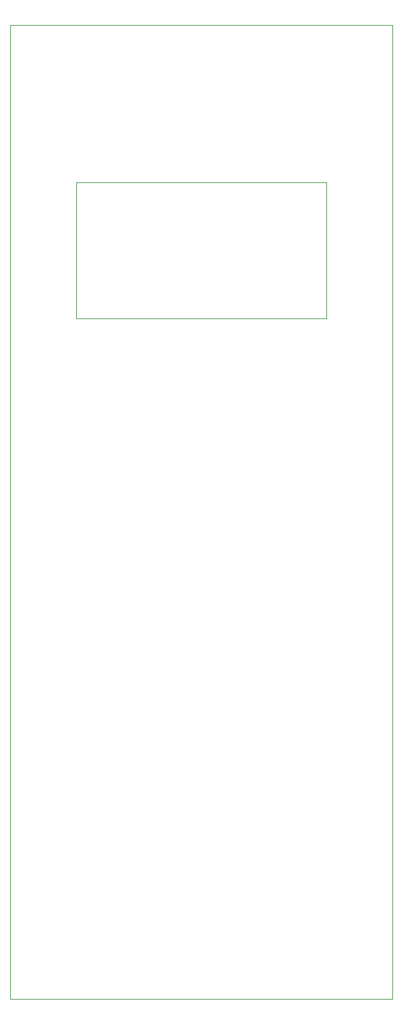
<source format=gbr>
%TF.GenerationSoftware,KiCad,Pcbnew,7.0.2*%
%TF.CreationDate,2025-01-10T16:22:39-06:00*%
%TF.ProjectId,gateDr_panel,67617465-4472-45f7-9061-6e656c2e6b69,rev?*%
%TF.SameCoordinates,Original*%
%TF.FileFunction,Profile,NP*%
%FSLAX46Y46*%
G04 Gerber Fmt 4.6, Leading zero omitted, Abs format (unit mm)*
G04 Created by KiCad (PCBNEW 7.0.2) date 2025-01-10 16:22:39*
%MOMM*%
%LPD*%
G01*
G04 APERTURE LIST*
%TA.AperFunction,Profile*%
%ADD10C,0.100000*%
%TD*%
G04 APERTURE END LIST*
D10*
X50000000Y-50000000D02*
X100500000Y-50000000D01*
X100500000Y-178500000D01*
X50000000Y-178500000D01*
X50000000Y-50000000D01*
X58750000Y-70750000D02*
X91750000Y-70750000D01*
X91750000Y-88750000D01*
X58750000Y-88750000D01*
X58750000Y-70750000D01*
M02*

</source>
